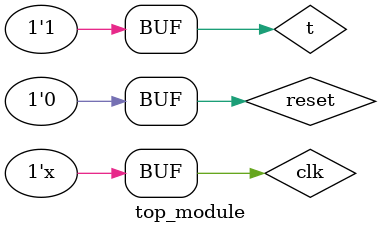
<source format=v>
module top_module ();
wire q;
reg clk;
reg reset;
reg t;
tff u1(.q(q),.clk(clk),.reset(reset),.t(t));
 always #5 clk=~clk;
 initial begin
 clk=0;reset=1;t=1'b1;#10;
 reset=0;t=1'b0;#10;
 t=1'b1;#10;
 end   
endmodule

</source>
